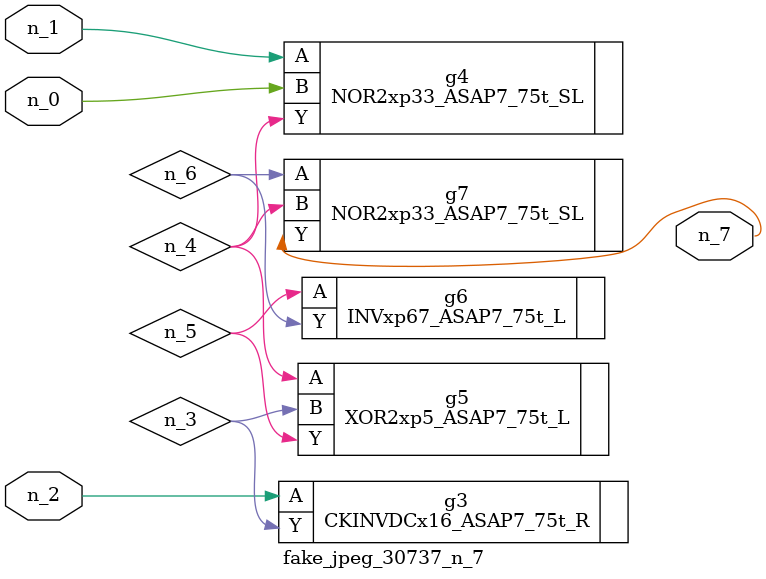
<source format=v>
module fake_jpeg_30737_n_7 (n_0, n_2, n_1, n_7);

input n_0;
input n_2;
input n_1;

output n_7;

wire n_3;
wire n_4;
wire n_6;
wire n_5;

CKINVDCx16_ASAP7_75t_R g3 ( 
.A(n_2),
.Y(n_3)
);

NOR2xp33_ASAP7_75t_SL g4 ( 
.A(n_1),
.B(n_0),
.Y(n_4)
);

XOR2xp5_ASAP7_75t_L g5 ( 
.A(n_4),
.B(n_3),
.Y(n_5)
);

INVxp67_ASAP7_75t_L g6 ( 
.A(n_5),
.Y(n_6)
);

NOR2xp33_ASAP7_75t_SL g7 ( 
.A(n_6),
.B(n_4),
.Y(n_7)
);


endmodule
</source>
